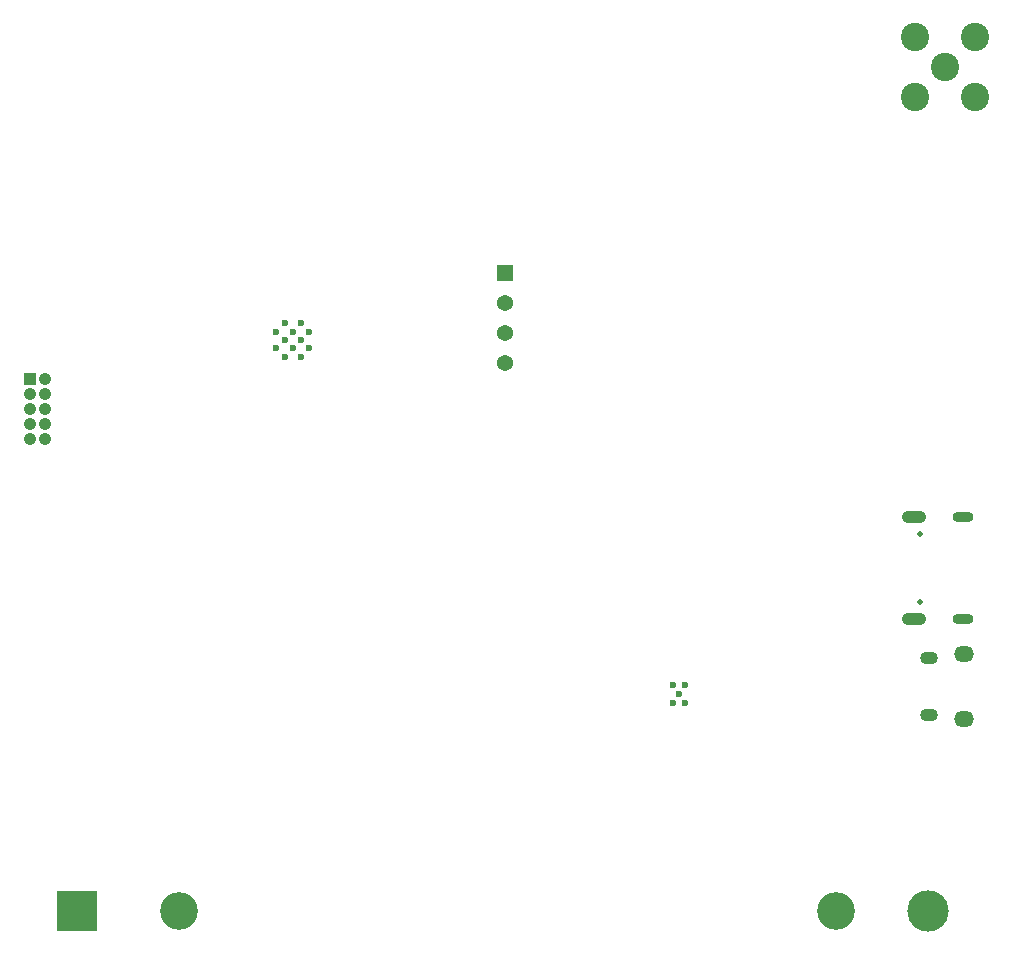
<source format=gbr>
%TF.GenerationSoftware,KiCad,Pcbnew,9.0.0*%
%TF.CreationDate,2025-05-14T10:48:30+09:00*%
%TF.ProjectId,mistance_PCB_host,6d697374-616e-4636-955f-5043425f686f,rev?*%
%TF.SameCoordinates,Original*%
%TF.FileFunction,Soldermask,Bot*%
%TF.FilePolarity,Negative*%
%FSLAX46Y46*%
G04 Gerber Fmt 4.6, Leading zero omitted, Abs format (unit mm)*
G04 Created by KiCad (PCBNEW 9.0.0) date 2025-05-14 10:48:30*
%MOMM*%
%LPD*%
G01*
G04 APERTURE LIST*
%ADD10C,0.500000*%
%ADD11O,2.100000X1.050000*%
%ADD12O,1.800000X0.900000*%
%ADD13C,2.400000*%
%ADD14R,1.050000X1.050000*%
%ADD15C,1.050000*%
%ADD16C,0.600000*%
%ADD17C,3.200000*%
%ADD18R,3.500000X3.500000*%
%ADD19C,3.500000*%
%ADD20O,1.700000X1.350000*%
%ADD21O,1.500000X1.100000*%
%ADD22R,1.370000X1.370000*%
%ADD23C,1.370000*%
G04 APERTURE END LIST*
D10*
%TO.C,UART1*%
X95320000Y-67890000D03*
X95320000Y-62110000D03*
D11*
X94820000Y-69320000D03*
X94820000Y-60680000D03*
D12*
X99000000Y-69320000D03*
X99000000Y-60680000D03*
%TD*%
D13*
%TO.C,J5*%
X97460000Y-22540000D03*
X100000000Y-25080000D03*
X100000000Y-20000000D03*
X94920000Y-20000000D03*
X94920000Y-25080000D03*
%TD*%
D14*
%TO.C,J3*%
X20030000Y-49000000D03*
D15*
X21300000Y-49000000D03*
X20030000Y-50270000D03*
X21300000Y-50270000D03*
X20030000Y-51540000D03*
X21300000Y-51540000D03*
X20030000Y-52810000D03*
X21300000Y-52810000D03*
X20030000Y-54080000D03*
X21300000Y-54080000D03*
%TD*%
D16*
%TO.C,U2*%
X74425000Y-74900000D03*
X74425000Y-76400000D03*
X74925000Y-75650000D03*
X75425000Y-74900000D03*
X75425000Y-76400000D03*
%TD*%
D17*
%TO.C,BT1*%
X32645000Y-94000000D03*
X88255000Y-94000000D03*
D18*
X24000000Y-94000000D03*
D19*
X96000000Y-94000000D03*
%TD*%
D20*
%TO.C,Charger1*%
X99115000Y-77755000D03*
D21*
X96115000Y-77445000D03*
X96115000Y-72605000D03*
D20*
X99115000Y-72295000D03*
%TD*%
D22*
%TO.C,J4*%
X60200000Y-39977500D03*
D23*
X60200000Y-42517500D03*
X60200000Y-45057500D03*
X60200000Y-47597500D03*
%TD*%
D16*
%TO.C,U1*%
X40850000Y-44990000D03*
X40850000Y-46390000D03*
X41550000Y-44290000D03*
X41550000Y-45690000D03*
X41550000Y-47090000D03*
X42250000Y-44990000D03*
X42250000Y-46390000D03*
X42950000Y-44290000D03*
X42950000Y-45690000D03*
X42950000Y-47090000D03*
X43650000Y-44990000D03*
X43650000Y-46390000D03*
%TD*%
M02*

</source>
